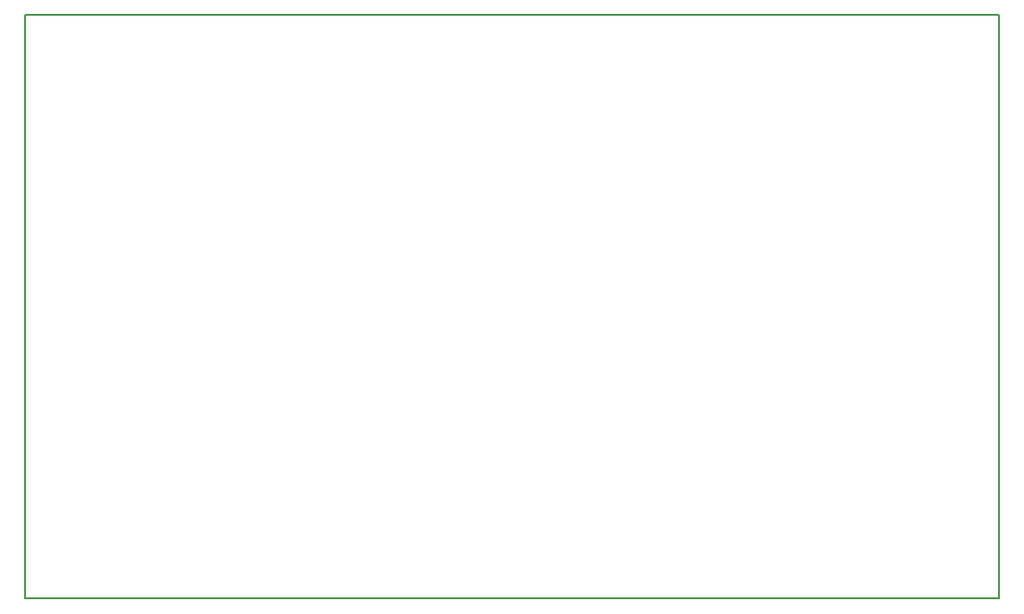
<source format=gbr>
G04 #@! TF.GenerationSoftware,KiCad,Pcbnew,(5.0.2)-1*
G04 #@! TF.CreationDate,2019-03-27T17:40:45+02:00*
G04 #@! TF.ProjectId,vent_sys,76656e74-5f73-4797-932e-6b696361645f,rev?*
G04 #@! TF.SameCoordinates,Original*
G04 #@! TF.FileFunction,Profile,NP*
%FSLAX46Y46*%
G04 Gerber Fmt 4.6, Leading zero omitted, Abs format (unit mm)*
G04 Created by KiCad (PCBNEW (5.0.2)-1) date 27.03.2019 17:40:45*
%MOMM*%
%LPD*%
G01*
G04 APERTURE LIST*
%ADD10C,0.150000*%
G04 APERTURE END LIST*
D10*
X59690000Y-102870000D02*
X59690000Y-49530000D01*
X148590000Y-102870000D02*
X59690000Y-102870000D01*
X148590000Y-49530000D02*
X148590000Y-102870000D01*
X59690000Y-49530000D02*
X148590000Y-49530000D01*
M02*

</source>
